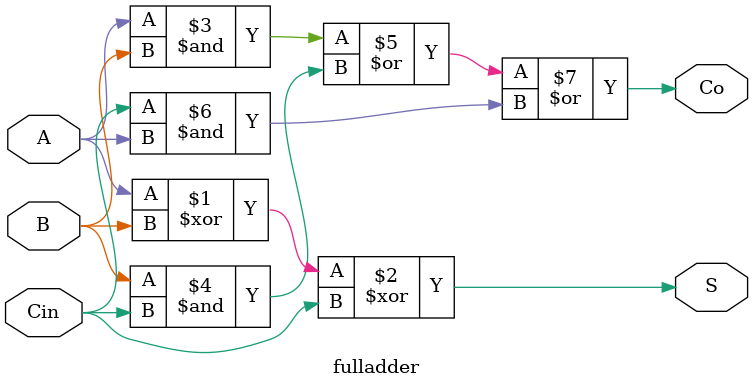
<source format=v>
`timescale 1ns / 1ps


module fulladder(A,B,Cin,S,Co);
input A,B;
input Cin;
output S;
output Co;

assign S = A^B^Cin;
assign Co = (A&B) | (B&Cin) | (Cin&A);

endmodule

</source>
